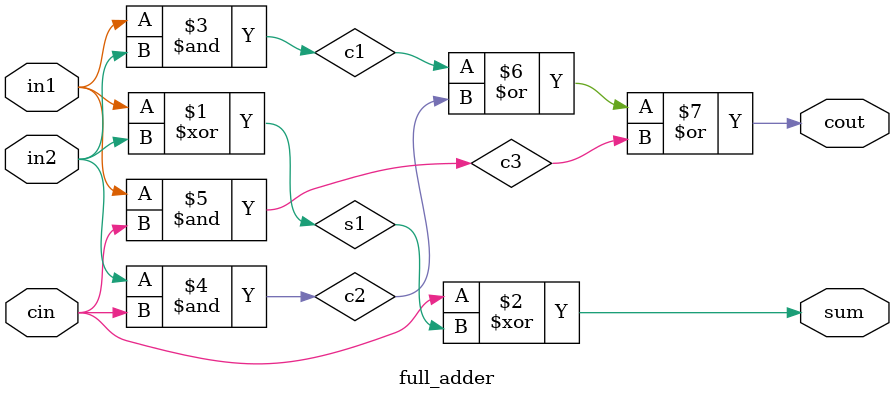
<source format=v>
module full_adder(in1,in2,cin,sum,cout);
	input in1,in2,cin;
	output sum,cout;
	wire s1,c1,c2,c3;

	xor(s1,in1,in2);
	xor(sum,cin,s1);
	and(c1,in1,in2);
	and(c2,in2,cin);
	and(c3,in1,cin);
	or(cout,c1,c2,c3);
endmodule
</source>
